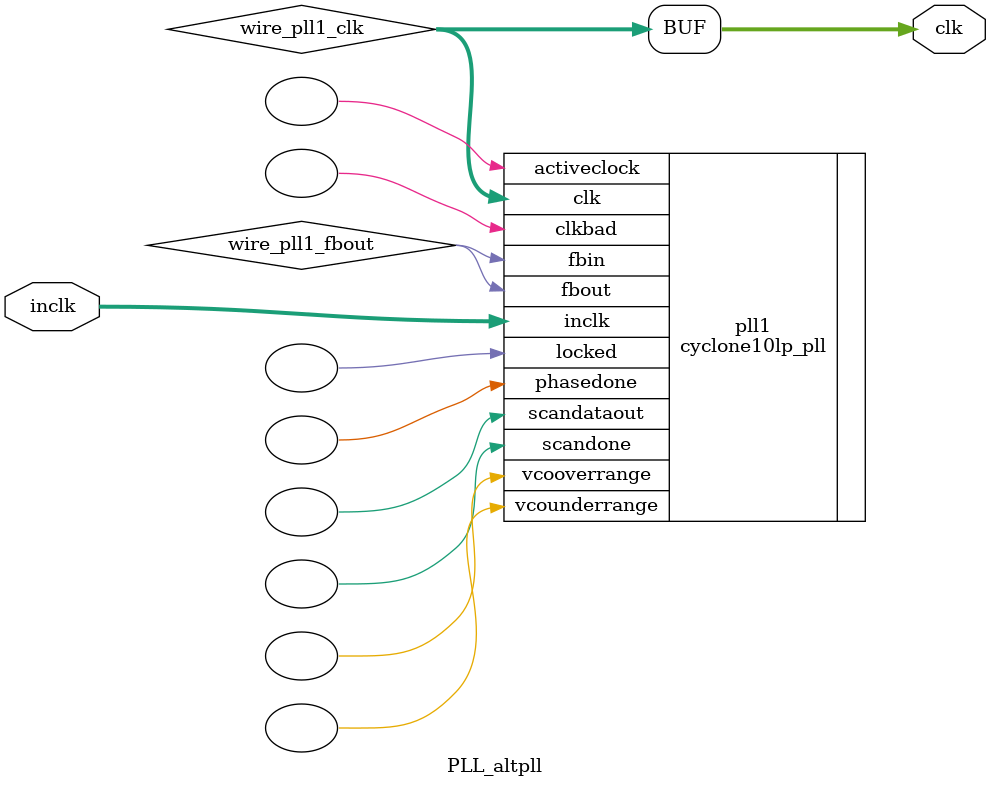
<source format=v>






//synthesis_resources = cyclone10lp_pll 1 
//synopsys translate_off
`timescale 1 ps / 1 ps
//synopsys translate_on
module  PLL_altpll
	( 
	clk,
	inclk) /* synthesis synthesis_clearbox=1 */;
	output   [4:0]  clk;
	input   [1:0]  inclk;
`ifndef ALTERA_RESERVED_QIS
// synopsys translate_off
`endif
	tri0   [1:0]  inclk;
`ifndef ALTERA_RESERVED_QIS
// synopsys translate_on
`endif

	wire  [4:0]   wire_pll1_clk;
	wire  wire_pll1_fbout;

	cyclone10lp_pll   pll1
	( 
	.activeclock(),
	.clk(wire_pll1_clk),
	.clkbad(),
	.fbin(wire_pll1_fbout),
	.fbout(wire_pll1_fbout),
	.inclk(inclk),
	.locked(),
	.phasedone(),
	.scandataout(),
	.scandone(),
	.vcooverrange(),
	.vcounderrange()
	`ifndef FORMAL_VERIFICATION
	// synopsys translate_off
	`endif
	,
	.areset(1'b0),
	.clkswitch(1'b0),
	.configupdate(1'b0),
	.pfdena(1'b1),
	.phasecounterselect({3{1'b0}}),
	.phasestep(1'b0),
	.phaseupdown(1'b0),
	.scanclk(1'b0),
	.scanclkena(1'b1),
	.scandata(1'b0)
	`ifndef FORMAL_VERIFICATION
	// synopsys translate_on
	`endif
	);
	defparam
		pll1.bandwidth_type = "auto",
		pll1.clk0_divide_by = 3,
		pll1.clk0_duty_cycle = 50,
		pll1.clk0_multiply_by = 25,
		pll1.clk0_phase_shift = "0",
		pll1.clk1_divide_by = 1200,
		pll1.clk1_duty_cycle = 50,
		pll1.clk1_multiply_by = 1,
		pll1.clk1_phase_shift = "0",
		pll1.compensate_clock = "clk0",
		pll1.inclk0_input_frequency = 83333,
		pll1.operation_mode = "normal",
		pll1.pll_type = "auto",
		pll1.lpm_type = "cyclone10lp_pll";
	assign
		clk = {wire_pll1_clk[4:0]};
endmodule //PLL_altpll
//VALID FILE

</source>
